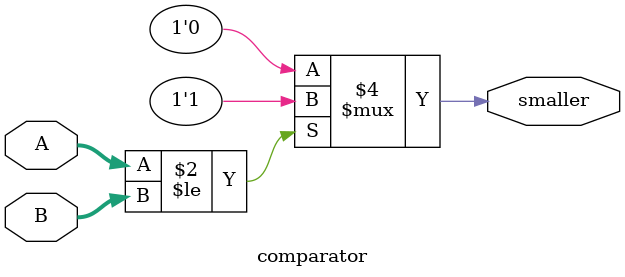
<source format=v>
`timescale 1ns / 1ps


module comparator(input [3:0]A, input [3:0] B ,output reg smaller);

always@(A,B)
begin
    if(A[3:0] <= B[3:0])
        smaller = 1'b1;
    else
        smaller = 1'b0;
end
endmodule

</source>
